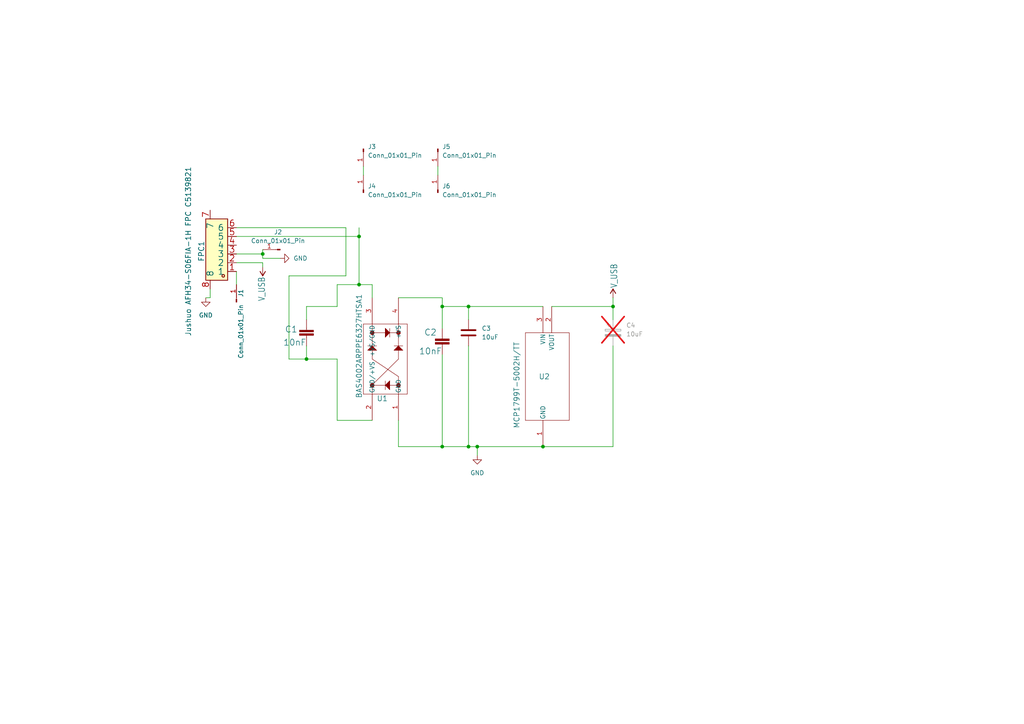
<source format=kicad_sch>
(kicad_sch (version 20230121) (generator eeschema)
  (paper "A4")
  (lib_symbols
    (symbol "Connector:Conn_01x01_Pin" (pin_names (offset 1.016) hide)
      (property "Reference" "J" (at 0 2.54 0))
      (property "Value" "Conn_01x01_Pin" (at 0 -2.54 0))
      (symbol "Conn_01x01_Pin_1_1"
        (polyline (pts (xy 1.27 0) (xy 0.8636 0)) (stroke (width 0.1524)))
        (rectangle (start 0.8636 0.127) (end 0 -0.127) (stroke (width 0.1524)) (fill (type outline)))
        (pin passive line (at 5.08 0 180) (length 3.81) (name "Pin_1") (number "1"))
      )
    )
    (symbol "Device:C" (pin_numbers hide) (pin_names (offset 0.254))
      (property "Reference" "C" (at 0.635 2.54 0))
      (property "Value" "C" (at 0.635 -2.54 0))
      (symbol "C_0_1"
        (polyline (pts (xy -2.032 -0.762) (xy 2.032 -0.762)) (stroke (width 0.508)))
        (polyline (pts (xy -2.032 0.762) (xy 2.032 0.762)) (stroke (width 0.508)))
      )
      (symbol "C_1_1"
        (pin passive line (at 0 3.81 270) (length 2.794) (name "~") (number "1"))
        (pin passive line (at 0 -3.81 90) (length 2.794) (name "~") (number "2"))
      )
    )
    (symbol "Device:C_Polarized" (pin_numbers hide) (pin_names (offset 0.254))
      (property "Reference" "C" (at 0.635 2.54 0))
      (property "Value" "C_Polarized" (at 0.635 -2.54 0))
      (symbol "C_Polarized_0_1"
        (rectangle (start -2.286 0.508) (end 2.286 1.016))
        (polyline (pts (xy -1.778 2.286) (xy -0.762 2.286)))
        (polyline (pts (xy -1.27 2.794) (xy -1.27 1.778)))
        (rectangle (start 2.286 -0.508) (end -2.286 -1.016) (fill (type outline)))
      )
      (symbol "C_Polarized_1_1"
        (pin passive line (at 0 3.81 270) (length 2.794) (name "~") (number "1"))
        (pin passive line (at 0 -3.81 90) (length 2.794) (name "~") (number "2"))
      )
    )
    (symbol "TouchProbeLibrary:BAS4002ARPPE6327HTSA1" (pin_names (offset 0.254))
      (property "Reference" "U" (at 17.78 7.62 0))
      (property "Value" "BAS4002ARPPE6327HTSA1" (at 17.78 5.08 0))
      (symbol "BAS4002ARPPE6327HTSA1_0_1"
        (polyline (pts (xy 7.62 -10.16) (xy 27.94 -10.16)) (stroke (width 0.127)))
        (polyline (pts (xy 7.62 -7.62) (xy 10.16 -7.62)) (stroke (width 0.127)))
        (polyline (pts (xy 7.62 0) (xy 10.16 0)) (stroke (width 0.127)))
        (polyline (pts (xy 7.62 2.54) (xy 7.62 -10.16)) (stroke (width 0.127)))
        (polyline (pts (xy 8.89 -3.81) (xy 11.43 -3.81)) (stroke (width 0.127)))
        (polyline (pts (xy 8.89 -2.54) (xy 11.43 -2.54)) (stroke (width 0.127)))
        (polyline (pts (xy 10.16 -3.81) (xy 8.89 -2.54)) (stroke (width 0.127)))
        (polyline (pts (xy 10.16 0) (xy 10.16 -7.62)) (stroke (width 0.127)))
        (polyline (pts (xy 10.287 -7.62) (xy 17.78 0)) (stroke (width 0.127)))
        (polyline (pts (xy 10.287 0) (xy 12.7 0)) (stroke (width 0.127)))
        (polyline (pts (xy 11.43 -2.54) (xy 10.16 -3.81)) (stroke (width 0.127)))
        (polyline (pts (xy 12.7 0) (xy 17.78 -7.62)) (stroke (width 0.127)))
        (polyline (pts (xy 17.78 -7.62) (xy 25.4 -7.62)) (stroke (width 0.127)))
        (polyline (pts (xy 17.78 0) (xy 25.4 0)) (stroke (width 0.127)))
        (polyline (pts (xy 20.32 -8.89) (xy 21.59 -7.62)) (stroke (width 0.127)))
        (polyline (pts (xy 20.32 -6.35) (xy 20.32 -8.89)) (stroke (width 0.127)))
        (polyline (pts (xy 20.32 -1.27) (xy 20.32 1.27)) (stroke (width 0.127)))
        (polyline (pts (xy 20.32 1.27) (xy 21.59 0)) (stroke (width 0.127)))
        (polyline (pts (xy 21.59 -7.62) (xy 20.32 -6.35)) (stroke (width 0.127)))
        (polyline (pts (xy 21.59 -6.35) (xy 21.59 -8.89)) (stroke (width 0.127)))
        (polyline (pts (xy 21.59 0) (xy 20.32 -1.27)) (stroke (width 0.127)))
        (polyline (pts (xy 21.59 1.27) (xy 21.59 -1.27)) (stroke (width 0.127)))
        (polyline (pts (xy 24.13 -3.81) (xy 25.4 -2.54)) (stroke (width 0.127)))
        (polyline (pts (xy 24.13 -3.81) (xy 26.67 -3.81)) (stroke (width 0.127)))
        (polyline (pts (xy 25.4 -7.62) (xy 27.94 -7.62)) (stroke (width 0.127)))
        (polyline (pts (xy 25.4 -2.54) (xy 26.67 -3.81)) (stroke (width 0.127)))
        (polyline (pts (xy 25.4 0) (xy 25.4 -7.62)) (stroke (width 0.127)))
        (polyline (pts (xy 26.67 -2.54) (xy 24.13 -2.54)) (stroke (width 0.127)))
        (polyline (pts (xy 27.94 -10.16) (xy 27.94 2.54)) (stroke (width 0.127)))
        (polyline (pts (xy 27.94 0) (xy 25.4 0)) (stroke (width 0.127)))
        (polyline (pts (xy 27.94 2.54) (xy 7.62 2.54)) (stroke (width 0.127)))
        (polyline (pts (xy 8.89 -2.54) (xy 11.43 -2.54) (xy 10.16 -3.81)) (fill (type outline)))
        (polyline (pts (xy 20.32 -6.35) (xy 20.32 -8.89) (xy 21.59 -7.62)) (fill (type outline)))
        (polyline (pts (xy 20.32 1.27) (xy 20.32 -1.27) (xy 21.59 0)) (fill (type outline)))
        (polyline (pts (xy 25.4 -2.54) (xy 26.67 -3.81) (xy 24.13 -3.81)) (fill (type outline)))
        (circle (center 10.16 -7.62) (radius 0.127) (stroke (width 0.508)))
        (circle (center 10.16 0) (radius 0.127) (stroke (width 0.508)))
        (circle (center 25.4 -7.62) (radius 0.127) (stroke (width 0.508)))
        (circle (center 25.4 0) (radius 0.127) (stroke (width 0.508)))
        (pin power_out line (at 0 0 0) (length 7.62) (name "GND") (number "1"))
        (pin power_out line (at 0 -7.62 0) (length 7.62) (name "GND/+VS") (number "2"))
        (pin power_out line (at 35.56 -7.62 180) (length 7.62) (name "+VS/GND") (number "3"))
        (pin power_in line (at 35.56 0 180) (length 7.62) (name "+VS") (number "4"))
      )
    )
    (symbol "TouchProbeLibrary:Jushuo_AFH34-S06FIA-1H_FPC_C5139821" (pin_names (offset 1.016))
      (property "Reference" "FPC1" (at 6.35 -5.08 90))
      (property "Value" "Jushuo_AFH34-S06FIA-1H_FPC_C5139821" (at 10.16 -26.67 90))
      (symbol "Jushuo_AFH34-S06FIA-1H_FPC_C5139821_0_1"
        (rectangle (start -1.27 6.35) (end 5.08 -11.43) (stroke (width 0.254)) (fill (type background)))
        (pin passive line (at -3.81 3.81 0) (length 2.54) (name "1") (number "1"))
        (pin passive line (at -3.81 1.27 0) (length 2.54) (name "2") (number "2"))
        (pin passive line (at -3.81 -1.27 0) (length 2.54) (name "3") (number "3"))
        (pin passive line (at -3.81 -3.81 0) (length 2.54) (name "4") (number "4"))
      )
      (symbol "Jushuo_AFH34-S06FIA-1H_FPC_C5139821_1_1"
        (arc (start -0.1778 4.7498) (mid 0.1923 4.758) (end 0.381 5.08) (stroke (width 0.254)))
        (arc (start -0.1778 5.3848) (mid -0.3528 5.074) (end -0.1778 4.7498) (stroke (width 0.254)))
        (arc (start 0.381 5.08) (mid 0.1898 5.4104) (end -0.1778 5.3848) (stroke (width 0.254)))
        (pin passive line (at -3.81 -6.35 0) (length 2.54) (name "5") (number "5"))
        (pin passive line (at -3.81 -8.89 0) (length 2.54) (name "6") (number "6"))
        (pin passive line (at 3.81 -13.97 90) (length 2.54) (name "7") (number "7"))
        (pin passive line (at 3.81 8.89 270) (length 2.54) (name "8") (number "8"))
      )
    )
    (symbol "TouchProbeLibrary:MCP1799T-5002H_TT" (pin_names (offset 0.254))
      (property "Reference" "U" (at 20.32 10.16 0))
      (property "Value" "MCP1799T-5002H/TT" (at 20.32 7.62 0))
      (symbol "MCP1799T-5002H_TT_0_1"
        (polyline (pts (xy 7.62 -7.62) (xy 33.02 -7.62)) (stroke (width 0.127)))
        (polyline (pts (xy 7.62 5.08) (xy 7.62 -7.62)) (stroke (width 0.127)))
        (polyline (pts (xy 33.02 -7.62) (xy 33.02 5.08)) (stroke (width 0.127)))
        (polyline (pts (xy 33.02 5.08) (xy 7.62 5.08)) (stroke (width 0.127)))
        (pin power_out line (at 0 0 0) (length 7.62) (name "GND") (number "1"))
        (pin output line (at 40.64 -2.54 180) (length 7.62) (name "VOUT") (number "2"))
        (pin power_in line (at 40.64 0 180) (length 7.62) (name "VIN") (number "3"))
      )
    )
    (symbol "nrf52840-breakout-mdbt50q-eagle-import:4.7UF-0603-6.3V-(10%)"
      (property "Reference" "C" (at 1.524 2.921 0))
      (symbol "4.7UF-0603-6.3V-(10%)_1_0"
        (rectangle (start -2.032 0.508) (end 2.032 1.016) (fill (type outline)))
        (rectangle (start -2.032 1.524) (end 2.032 2.032) (fill (type outline)))
        (polyline (pts (xy 0 0) (xy 0 0.508)) (stroke (width 0.1524)))
        (polyline (pts (xy 0 2.54) (xy 0 2.032)) (stroke (width 0.1524)))
        (pin passive line (at 0 5.08 270) (length 2.54) (name "1") (number "1"))
        (pin passive line (at 0 -2.54 90) (length 2.54) (name "2") (number "2"))
      )
    )
    (symbol "nrf52840-breakout-mdbt50q-eagle-import:V_USB" (power)
      (property "Value" "V_USB" (at 0 2.794 0))
      (symbol "V_USB_1_0"
        (polyline (pts (xy 0 2.54) (xy -0.762 1.27)) (stroke (width 0.254)))
        (polyline (pts (xy 0.762 1.27) (xy 0 2.54)) (stroke (width 0.254)))
        (pin power_in line (at 0 0 90) (length 2.54) (name "V_USB") (number "1"))
      )
    )
    (symbol "power:GND" (power) (pin_names (offset 0))
      (property "Value" "GND" (at 0 -3.81 0))
      (symbol "GND_0_1"
        (polyline (pts (xy 0 0) (xy 0 -1.27) (xy 1.27 -1.27) (xy 0 -2.54) (xy -1.27 -1.27) (xy 0 -1.27)))
      )
      (symbol "GND_1_1"
        (pin power_in line (at 0 0 270) (length 0) hide (name "GND") (number "1"))
      )
    )
  )
  (junction (at 138.43 129.54))
  (junction (at 104.14 82.55))
  (junction (at 135.89 129.54))
  (junction (at 135.89 88.9))
  (junction (at 104.14 68.58))
  (junction (at 76.2 73.66))
  (junction (at 128.27 129.54))
  (junction (at 88.9 104.14))
  (junction (at 157.48 129.54))
  (junction (at 128.27 88.9))
  (junction (at 177.8 88.9))
  (wire (pts (xy 97.79 82.55) (xy 97.79 88.9)))
  (wire (pts (xy 107.95 86.36) (xy 107.95 82.55)))
  (wire (pts (xy 135.89 88.9) (xy 157.48 88.9)))
  (wire (pts (xy 83.82 104.14) (xy 83.82 80.01)))
  (wire (pts (xy 135.89 100.33) (xy 135.89 129.54)))
  (wire (pts (xy 115.57 121.92) (xy 115.57 129.54)))
  (wire (pts (xy 88.9 88.9) (xy 88.9 92.71)))
  (wire (pts (xy 105.41 48.26) (xy 105.41 50.8)))
  (wire (pts (xy 135.89 129.54) (xy 138.43 129.54)))
  (wire (pts (xy 115.57 86.36) (xy 128.27 86.36)))
  (wire (pts (xy 135.89 129.54) (xy 128.27 129.54)))
  (wire (pts (xy 68.58 66.04) (xy 100.33 66.04)))
  (wire (pts (xy 68.58 68.58) (xy 104.14 68.58)))
  (wire (pts (xy 76.2 73.66) (xy 76.2 74.93)))
  (wire (pts (xy 76.2 77.47) (xy 76.2 76.2)))
  (wire (pts (xy 104.14 82.55) (xy 97.79 82.55)))
  (wire (pts (xy 83.82 80.01) (xy 100.33 80.01)))
  (wire (pts (xy 104.14 68.58) (xy 104.14 82.55)))
  (wire (pts (xy 107.95 82.55) (xy 104.14 82.55)))
  (wire (pts (xy 88.9 88.9) (xy 97.79 88.9)))
  (wire (pts (xy 68.58 73.66) (xy 76.2 73.66)))
  (wire (pts (xy 60.96 83.82) (xy 60.96 86.36)))
  (wire (pts (xy 97.79 121.92) (xy 107.95 121.92)))
  (wire (pts (xy 177.8 100.33) (xy 177.8 129.54)))
  (wire (pts (xy 128.27 95.25) (xy 128.27 88.9)))
  (wire (pts (xy 115.57 129.54) (xy 128.27 129.54)))
  (wire (pts (xy 138.43 129.54) (xy 157.48 129.54)))
  (wire (pts (xy 135.89 88.9) (xy 128.27 88.9)))
  (wire (pts (xy 177.8 88.9) (xy 177.8 86.36)))
  (wire (pts (xy 88.9 104.14) (xy 97.79 104.14)))
  (wire (pts (xy 160.02 88.9) (xy 177.8 88.9)))
  (wire (pts (xy 138.43 129.54) (xy 138.43 132.08)))
  (wire (pts (xy 88.9 100.33) (xy 88.9 104.14)))
  (wire (pts (xy 104.14 66.04) (xy 104.14 68.58)))
  (wire (pts (xy 68.58 78.74) (xy 68.58 82.55)))
  (wire (pts (xy 76.2 72.39) (xy 76.2 73.66)))
  (wire (pts (xy 128.27 102.87) (xy 128.27 129.54)))
  (wire (pts (xy 83.82 104.14) (xy 88.9 104.14)))
  (wire (pts (xy 60.96 86.36) (xy 59.69 86.36)))
  (wire (pts (xy 157.48 129.54) (xy 177.8 129.54)))
  (wire (pts (xy 128.27 86.36) (xy 128.27 88.9)))
  (wire (pts (xy 127 48.26) (xy 127 50.8)))
  (wire (pts (xy 97.79 104.14) (xy 97.79 121.92)))
  (wire (pts (xy 68.58 76.2) (xy 76.2 76.2)))
  (wire (pts (xy 81.28 74.93) (xy 76.2 74.93)))
  (wire (pts (xy 100.33 66.04) (xy 100.33 80.01)))
  (wire (pts (xy 177.8 88.9) (xy 177.8 92.71)))
  (wire (pts (xy 135.89 92.71) (xy 135.89 88.9)))
  (symbol (lib_id "Connector:Conn_01x01_Pin") (at 81.28 72.39 180) (unit 1)
    (property "Reference" "J2" (at 80.645 67.31 0))
    (property "Value" "Conn_01x01_Pin" (at 80.645 69.85 0))
    (property "Footprint" "TouchProbeLibrary2:0.0625 ball bearing mouting pad" (effects hide))
  )
  (symbol (lib_id "Connector:Conn_01x01_Pin") (at 127 43.18 270) (unit 1)
    (property "Reference" "J5" (at 128.27 42.545 90) (effects (justify left)))
    (property "Value" "Conn_01x01_Pin" (at 128.27 45.085 90) (effects (justify left)))
    (property "Footprint" "TouchProbeLibrary2:0.0625 ball bearing mouting pad" (effects hide))
  )
  (symbol (lib_id "TouchProbeLibrary:Jushuo_AFH34-S06FIA-1H_FPC_C5139821") (at 64.77 74.93 180) (unit 1)
    (property "Reference" "FPC1" (at 58.42 69.85 90) (effects (font (size 1.524 1.524)) (justify left)))
    (property "Value" "Jushuo AFH34-S06FIA-1H FPC C5139821" (at 54.61 48.26 90) (effects (font (size 1.524 1.524)) (justify left)))
    (property "Footprint" "TouchProbeLibrary2:Jushuo AFH34-S06FIA-1H FPC C5139821" (effects hide))
    (property "LCSC" "C5139821" (effects hide))
  )
  (symbol (lib_id "nrf52840-breakout-mdbt50q-eagle-import:4.7UF-0603-6.3V-(10%)") (at 128.27 100.33 0) (mirror y) (unit 1)
    (property "Reference" "C2" (at 126.746 97.409 0) (effects (font (size 1.778 1.778)) (justify left bottom)))
    (property "Value" "10nF" (at 128.27 102.87 0) (effects (font (size 1.778 1.778)) (justify left bottom)))
    (property "Footprint" "Capacitor_SMD:C_0402_1005Metric" (effects hide))
    (property "LCSC" "C15195" (effects hide))
  )
  (symbol (lib_id "TouchProbeLibrary:BAS4002ARPPE6327HTSA1") (at 115.57 121.92 270) (mirror x) (unit 1)
    (property "Reference" "U1" (at 109.22 115.57 90) (effects (font (size 1.524 1.524)) (justify left)))
    (property "Value" "BAS4002ARPPE6327HTSA1" (at 104.14 115.57 0) (effects (font (size 1.524 1.524)) (justify left)))
    (property "Footprint" "TouchProbeLibrary2:SOT143_BAS4002ARPPE6327HTSA1_INF" (effects hide))
    (property "Datasheet" "BAS4002ARPPE6327HTSA1" (effects hide))
    (property "LCSC" "C3589694" (effects hide))
  )
  (symbol (lib_id "power:GND") (at 59.69 86.36 0) (unit 1)
    (property "Reference" "#PWR03" (effects hide))
    (property "Value" "GND" (at 59.69 91.44 0))
  )
  (symbol (lib_id "Connector:Conn_01x01_Pin") (at 127 55.88 90) (unit 1)
    (property "Reference" "J6" (at 128.27 53.975 90) (effects (justify right)))
    (property "Value" "Conn_01x01_Pin" (at 128.27 56.515 90) (effects (justify right)))
    (property "Footprint" "TouchProbeLibrary2:0.0625 ball bearing mouting pad" (effects hide))
  )
  (symbol (lib_id "Connector:Conn_01x01_Pin") (at 68.58 87.63 90) (unit 1)
    (property "Reference" "J1" (at 69.85 83.82 0) (effects (justify right)))
    (property "Value" "Conn_01x01_Pin" (at 69.85 88.265 0) (effects (justify right)))
    (property "Footprint" "TouchProbeLibrary2:0.0625 ball bearing mouting pad" (effects hide))
  )
  (symbol (lib_id "nrf52840-breakout-mdbt50q-eagle-import:V_USB") (at 177.8 86.36 0) (unit 1)
    (property "Reference" "#SUPPLY01" (effects hide))
    (property "Value" "V_USB" (at 179.07 80.01 90) (effects (font (size 1.778 1.5113)) (justify bottom)))
  )
  (symbol (lib_id "power:GND") (at 138.43 132.08 0) (unit 1)
    (property "Reference" "#PWR01" (effects hide))
    (property "Value" "GND" (at 138.43 137.16 0))
  )
  (symbol (lib_id "nrf52840-breakout-mdbt50q-eagle-import:4.7UF-0603-6.3V-(10%)") (at 88.9 97.79 0) (mirror y) (unit 1)
    (property "Reference" "C1" (at 86.36 96.52 0) (effects (font (size 1.778 1.778)) (justify left bottom)))
    (property "Value" "10nF" (at 88.9 100.33 0) (effects (font (size 1.778 1.778)) (justify left bottom)))
    (property "Footprint" "Capacitor_SMD:C_0402_1005Metric" (effects hide))
    (property "LCSC" "C15195" (effects hide))
  )
  (symbol (lib_id "nrf52840-breakout-mdbt50q-eagle-import:V_USB") (at 76.2 77.47 180) (unit 1)
    (property "Reference" "#SUPPLY02" (effects hide))
    (property "Value" "V_USB" (at 74.93 83.82 90) (effects (font (size 1.778 1.5113)) (justify bottom)))
  )
  (symbol (lib_id "Device:C") (at 135.89 96.52 0) (unit 1)
    (property "Reference" "C3" (at 139.7 95.25 0) (effects (justify left)))
    (property "Value" "10uF" (at 139.7 97.79 0) (effects (justify left)))
    (property "Footprint" "Capacitor_SMD:C_0402_1005Metric" (effects hide))
    (property "LCSC" "C15195" (effects hide))
  )
  (symbol (lib_id "power:GND") (at 81.28 74.93 90) (unit 1)
    (property "Reference" "#PWR02" (effects hide))
    (property "Value" "GND" (at 85.09 74.93 90) (effects (justify right)))
  )
  (symbol (lib_id "TouchProbeLibrary:MCP1799T-5002H_TT") (at 157.48 129.54 90) (unit 1)
    (property "Reference" "U2" (at 156.21 109.22 90) (effects (font (size 1.524 1.524)) (justify right)))
    (property "Value" "MCP1799T-5002H/TT" (at 149.86 99.06 0) (effects (font (size 1.524 1.524)) (justify right)))
    (property "Footprint" "TouchProbeLibrary2:SOT-23_TT_MCH" (effects hide))
    (property "Datasheet" "https://www.digikey.com/en/products/detail/microchip-technology/MCP1799T-5002H-TT/10492004" (effects hide))
    (property "LCSC" "C2890492" (effects hide))
  )
  (symbol (lib_id "Connector:Conn_01x01_Pin") (at 105.41 43.18 270) (unit 1)
    (property "Reference" "J3" (at 106.68 42.545 90) (effects (justify left)))
    (property "Value" "Conn_01x01_Pin" (at 106.68 45.085 90) (effects (justify left)))
    (property "Footprint" "TouchProbeLibrary2:0.0625 ball bearing mouting pad" (effects hide))
  )
  (symbol (lib_id "Device:C_Polarized") (at 177.8 96.52 0) (unit 1) (in_bom no) (on_board no) (dnp yes)
    (property "Reference" "C4" (at 181.61 94.361 0) (effects (justify left)))
    (property "Value" "10uF" (at 181.61 96.901 0) (effects (justify left)))
    (property "Footprint" "Capacitor_SMD:C_0603_1608Metric" (effects hide))
  )
  (symbol (lib_id "Connector:Conn_01x01_Pin") (at 105.41 55.88 90) (unit 1)
    (property "Reference" "J4" (at 106.68 53.975 90) (effects (justify right)))
    (property "Value" "Conn_01x01_Pin" (at 106.68 56.515 90) (effects (justify right)))
    (property "Footprint" "TouchProbeLibrary2:0.0625 ball bearing mouting pad" (effects hide))
  )
)
</source>
